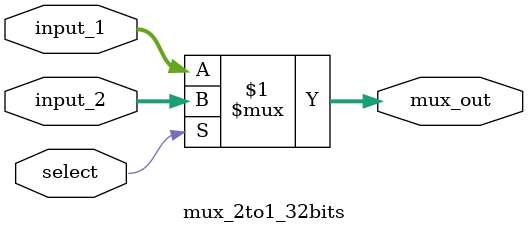
<source format=v>
module mux_2to1_32bits (
    input [31:0] input_1, input_2,
    input select,
    output [31:0] mux_out
);
    
    assign mux_out = select?input_2:input_1;

endmodule
</source>
